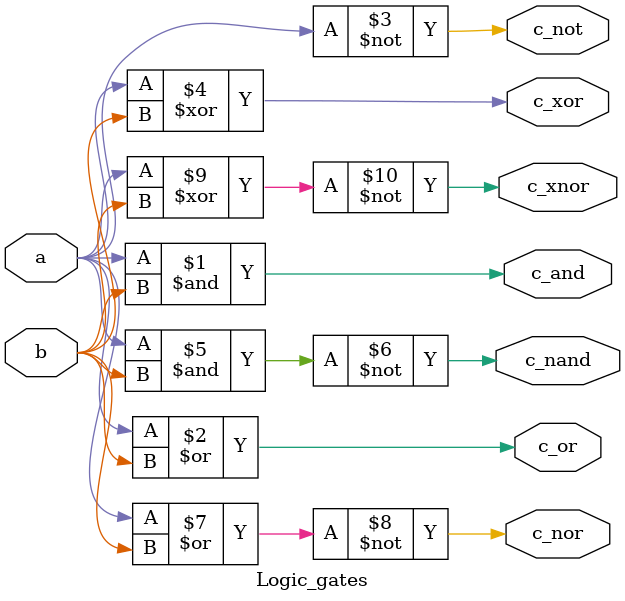
<source format=v>
`timescale 1ns / 1ps
module Logic_gates(
    input a,
    input b,
    output c_and,
    output c_or,
    output c_not,
    output c_xor,
    output c_nand,
    output c_nor,
    output c_xnor
    );
	 assign c_and = a&b;
	 assign c_or = a|b;
	 assign c_not = ~a;
	 assign c_xor = a^b;
	 assign c_nand = ~(a&b);
	 assign c_nor = ~(a|b);
	 assign c_xnor = ~(a^b);


endmodule

</source>
